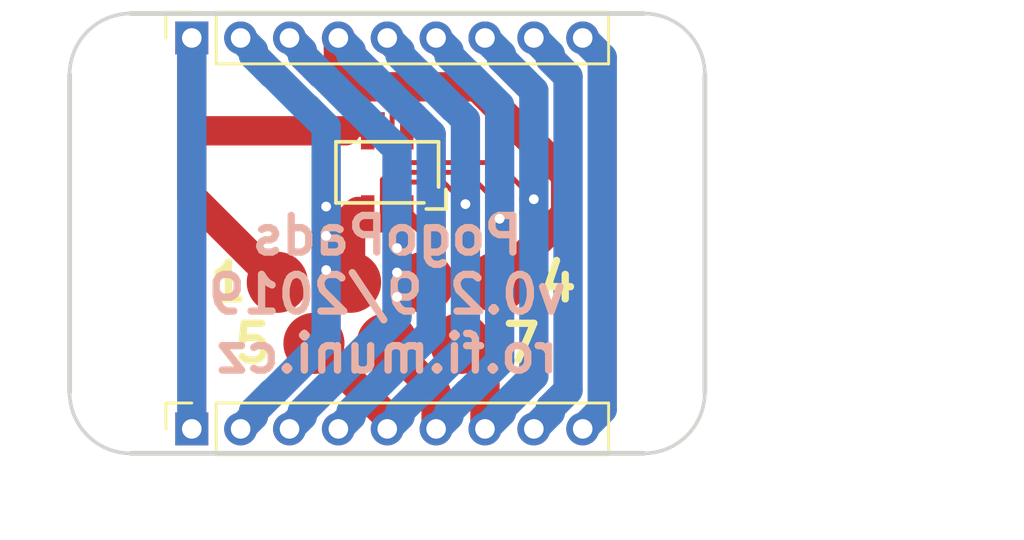
<source format=kicad_pcb>
(kicad_pcb (version 20171130) (host pcbnew 5.1.1-8be2ce7~80~ubuntu18.10.1)

  (general
    (thickness 1.6)
    (drawings 17)
    (tracks 159)
    (zones 0)
    (modules 6)
    (nets 11)
  )

  (page A4)
  (layers
    (0 F.Cu signal)
    (31 B.Cu signal)
    (32 B.Adhes user)
    (33 F.Adhes user)
    (34 B.Paste user)
    (35 F.Paste user)
    (36 B.SilkS user)
    (37 F.SilkS user)
    (38 B.Mask user)
    (39 F.Mask user)
    (40 Dwgs.User user)
    (41 Cmts.User user)
    (42 Eco1.User user)
    (43 Eco2.User user)
    (44 Edge.Cuts user)
    (45 Margin user)
    (46 B.CrtYd user)
    (47 F.CrtYd user)
    (48 B.Fab user)
    (49 F.Fab user)
  )

  (setup
    (last_trace_width 1.2)
    (user_trace_width 0.2)
    (user_trace_width 0.5)
    (user_trace_width 1)
    (user_trace_width 1.2)
    (trace_clearance 0.2)
    (zone_clearance 0.508)
    (zone_45_only no)
    (trace_min 0.2)
    (via_size 0.8)
    (via_drill 0.4)
    (via_min_size 0.4)
    (via_min_drill 0.3)
    (user_via 0.6 0.3)
    (user_via 0.8 0.5)
    (uvia_size 0.3)
    (uvia_drill 0.1)
    (uvias_allowed no)
    (uvia_min_size 0.2)
    (uvia_min_drill 0.1)
    (edge_width 0.15)
    (segment_width 0.2)
    (pcb_text_width 0.3)
    (pcb_text_size 1.5 1.5)
    (mod_edge_width 0.15)
    (mod_text_size 1 1)
    (mod_text_width 0.15)
    (pad_size 1.524 1.524)
    (pad_drill 0.762)
    (pad_to_mask_clearance 0.051)
    (solder_mask_min_width 0.25)
    (aux_axis_origin 0 0)
    (visible_elements FFFFFF7F)
    (pcbplotparams
      (layerselection 0x010fc_ffffffff)
      (usegerberextensions false)
      (usegerberattributes false)
      (usegerberadvancedattributes false)
      (creategerberjobfile false)
      (excludeedgelayer true)
      (linewidth 0.100000)
      (plotframeref false)
      (viasonmask false)
      (mode 1)
      (useauxorigin false)
      (hpglpennumber 1)
      (hpglpenspeed 20)
      (hpglpendiameter 15.000000)
      (psnegative false)
      (psa4output false)
      (plotreference true)
      (plotvalue true)
      (plotinvisibletext false)
      (padsonsilk false)
      (subtractmaskfromsilk false)
      (outputformat 1)
      (mirror false)
      (drillshape 1)
      (scaleselection 1)
      (outputdirectory ""))
  )

  (net 0 "")
  (net 1 1)
  (net 2 2)
  (net 3 3)
  (net 4 4)
  (net 5 5)
  (net 6 6)
  (net 7 7)
  (net 8 8)
  (net 9 9)
  (net 10 "Net-(J4-Pad6)")

  (net_class Default "This is the default net class."
    (clearance 0.2)
    (trace_width 0.25)
    (via_dia 0.8)
    (via_drill 0.4)
    (uvia_dia 0.3)
    (uvia_drill 0.1)
    (add_net 1)
    (add_net 2)
    (add_net 3)
    (add_net 4)
    (add_net 5)
    (add_net 6)
    (add_net 7)
    (add_net 8)
    (add_net 9)
    (add_net "Net-(J4-Pad6)")
  )

  (module rofi:molex-505004-0812 (layer F.Cu) (tedit 5D6FB713) (tstamp 5D6FC0A4)
    (at 118.5 65.5 180)
    (path /5D6FDCDA)
    (fp_text reference J4 (at 0 3.3) (layer F.SilkS) hide
      (effects (font (size 1 1) (thickness 0.15)))
    )
    (fp_text value Molex (at 0 -3.2) (layer F.Fab)
      (effects (font (size 1 1) (thickness 0.15)))
    )
    (fp_line (start 2.1 -1.25) (end -1.5 -1.25) (layer F.SilkS) (width 0.15))
    (fp_line (start 2.1 1.25) (end 2.1 -1.25) (layer F.SilkS) (width 0.15))
    (fp_line (start -2.1 1.25) (end 2.1 1.25) (layer F.SilkS) (width 0.15))
    (fp_line (start -2.1 -0.6) (end -2.1 1.25) (layer F.SilkS) (width 0.15))
    (fp_line (start -2.4 -1.5) (end -2.4 -0.7) (layer F.SilkS) (width 0.15))
    (fp_line (start -1.6 -1.5) (end -2.4 -1.5) (layer F.SilkS) (width 0.15))
    (fp_poly (pts (xy -1.2 -0.9) (xy 1.2 -0.9) (xy 1.2 0.9) (xy -1.2 0.9)) (layer Dwgs.User) (width 0.1))
    (fp_line (start -2.1 1.25) (end -2.1 -1.25) (layer F.Fab) (width 0.12))
    (fp_line (start 2.1 1.25) (end -2.1 1.25) (layer F.Fab) (width 0.12))
    (fp_line (start 2.1 -1.25) (end 2.1 1.25) (layer F.Fab) (width 0.12))
    (fp_line (start -2.1 -1.25) (end 2.1 -1.25) (layer F.Fab) (width 0.12))
    (pad 8 smd rect (at 0.8 1.7 180) (size 0.55 1.524) (layers F.Cu F.Paste F.Mask)
      (net 1 1))
    (pad 6 smd rect (at 0.2 1.7 180) (size 0.2 1.524) (layers F.Cu F.Paste F.Mask)
      (net 10 "Net-(J4-Pad6)"))
    (pad 4 smd rect (at -0.2 1.7 180) (size 0.2 1.524) (layers F.Cu F.Paste F.Mask)
      (net 7 7))
    (pad 2 smd rect (at -0.8 1.7 180) (size 0.55 1.524) (layers F.Cu F.Paste F.Mask)
      (net 4 4))
    (pad 5 smd rect (at 0.2 -1.7 180) (size 0.2 1.524) (layers F.Cu F.Paste F.Mask)
      (net 6 6))
    (pad 7 smd rect (at 0.8 -1.7 180) (size 0.55 1.524) (layers F.Cu F.Paste F.Mask)
      (net 2 2))
    (pad 1 smd rect (at -0.8 -1.7 180) (size 0.55 1.524) (layers F.Cu F.Paste F.Mask)
      (net 3 3))
    (pad 3 smd rect (at -0.2 -1.7 180) (size 0.2 1.524) (layers F.Cu F.Paste F.Mask)
      (net 5 5))
  )

  (module Connector_PinSocket_2.00mm:PinSocket_1x09_P2.00mm_Vertical (layer F.Cu) (tedit 5C8A47CA) (tstamp 5C9AEE22)
    (at 110.5 60 90)
    (descr "Through hole straight socket strip, 1x09, 2.00mm pitch, single row (from Kicad 4.0.7), script generated")
    (tags "Through hole socket strip THT 1x09 2.00mm single row")
    (path /5C8A47A6)
    (fp_text reference J2 (at 0 -2.5 90) (layer F.SilkS) hide
      (effects (font (size 1 1) (thickness 0.15)))
    )
    (fp_text value OUT (at 0 18.5 90) (layer F.Fab)
      (effects (font (size 1 1) (thickness 0.15)))
    )
    (fp_text user %R (at 0 8 180) (layer F.Fab)
      (effects (font (size 1 1) (thickness 0.15)))
    )
    (fp_line (start -1.5 17.5) (end -1.5 -1.5) (layer F.CrtYd) (width 0.05))
    (fp_line (start 1.5 17.5) (end -1.5 17.5) (layer F.CrtYd) (width 0.05))
    (fp_line (start 1.5 -1.5) (end 1.5 17.5) (layer F.CrtYd) (width 0.05))
    (fp_line (start -1.5 -1.5) (end 1.5 -1.5) (layer F.CrtYd) (width 0.05))
    (fp_line (start 0 -1.06) (end 1.06 -1.06) (layer F.SilkS) (width 0.12))
    (fp_line (start 1.06 -1.06) (end 1.06 0) (layer F.SilkS) (width 0.12))
    (fp_line (start 1.06 1) (end 1.06 17.06) (layer F.SilkS) (width 0.12))
    (fp_line (start -1.06 17.06) (end 1.06 17.06) (layer F.SilkS) (width 0.12))
    (fp_line (start -1.06 1) (end -1.06 17.06) (layer F.SilkS) (width 0.12))
    (fp_line (start -1.06 1) (end 1.06 1) (layer F.SilkS) (width 0.12))
    (fp_line (start -1 17) (end -1 -1) (layer F.Fab) (width 0.1))
    (fp_line (start 1 17) (end -1 17) (layer F.Fab) (width 0.1))
    (fp_line (start 1 -0.5) (end 1 17) (layer F.Fab) (width 0.1))
    (fp_line (start 0.5 -1) (end 1 -0.5) (layer F.Fab) (width 0.1))
    (fp_line (start -1 -1) (end 0.5 -1) (layer F.Fab) (width 0.1))
    (pad 9 thru_hole oval (at 0 16 90) (size 1.35 1.35) (drill 0.8) (layers *.Cu *.Mask)
      (net 9 9))
    (pad 8 thru_hole oval (at 0 14 90) (size 1.35 1.35) (drill 0.8) (layers *.Cu *.Mask)
      (net 8 8))
    (pad 7 thru_hole oval (at 0 12 90) (size 1.35 1.35) (drill 0.8) (layers *.Cu *.Mask)
      (net 7 7))
    (pad 6 thru_hole oval (at 0 10 90) (size 1.35 1.35) (drill 0.8) (layers *.Cu *.Mask)
      (net 6 6))
    (pad 5 thru_hole oval (at 0 8 90) (size 1.35 1.35) (drill 0.8) (layers *.Cu *.Mask)
      (net 5 5))
    (pad 4 thru_hole oval (at 0 6 90) (size 1.35 1.35) (drill 0.8) (layers *.Cu *.Mask)
      (net 4 4))
    (pad 3 thru_hole oval (at 0 4 90) (size 1.35 1.35) (drill 0.8) (layers *.Cu *.Mask)
      (net 3 3))
    (pad 2 thru_hole oval (at 0 2 90) (size 1.35 1.35) (drill 0.8) (layers *.Cu *.Mask)
      (net 2 2))
    (pad 1 thru_hole rect (at 0 0 90) (size 1.35 1.35) (drill 0.8) (layers *.Cu *.Mask)
      (net 1 1))
    (model ${KISYS3DMOD}/Connector_PinSocket_2.00mm.3dshapes/PinSocket_1x09_P2.00mm_Vertical.wrl
      (at (xyz 0 0 0))
      (scale (xyz 1 1 1))
      (rotate (xyz 0 0 0))
    )
  )

  (module Connector_PinSocket_2.00mm:PinSocket_1x09_P2.00mm_Vertical (layer F.Cu) (tedit 5C8A47CE) (tstamp 5C9AEE06)
    (at 110.5 76 90)
    (descr "Through hole straight socket strip, 1x09, 2.00mm pitch, single row (from Kicad 4.0.7), script generated")
    (tags "Through hole socket strip THT 1x09 2.00mm single row")
    (path /5C8A482C)
    (fp_text reference J1 (at 0 -2.5 90) (layer F.SilkS) hide
      (effects (font (size 1 1) (thickness 0.15)))
    )
    (fp_text value IN (at 0 18.5 90) (layer F.Fab)
      (effects (font (size 1 1) (thickness 0.15)))
    )
    (fp_line (start -1 -1) (end 0.5 -1) (layer F.Fab) (width 0.1))
    (fp_line (start 0.5 -1) (end 1 -0.5) (layer F.Fab) (width 0.1))
    (fp_line (start 1 -0.5) (end 1 17) (layer F.Fab) (width 0.1))
    (fp_line (start 1 17) (end -1 17) (layer F.Fab) (width 0.1))
    (fp_line (start -1 17) (end -1 -1) (layer F.Fab) (width 0.1))
    (fp_line (start -1.06 1) (end 1.06 1) (layer F.SilkS) (width 0.12))
    (fp_line (start -1.06 1) (end -1.06 17.06) (layer F.SilkS) (width 0.12))
    (fp_line (start -1.06 17.06) (end 1.06 17.06) (layer F.SilkS) (width 0.12))
    (fp_line (start 1.06 1) (end 1.06 17.06) (layer F.SilkS) (width 0.12))
    (fp_line (start 1.06 -1.06) (end 1.06 0) (layer F.SilkS) (width 0.12))
    (fp_line (start 0 -1.06) (end 1.06 -1.06) (layer F.SilkS) (width 0.12))
    (fp_line (start -1.5 -1.5) (end 1.5 -1.5) (layer F.CrtYd) (width 0.05))
    (fp_line (start 1.5 -1.5) (end 1.5 17.5) (layer F.CrtYd) (width 0.05))
    (fp_line (start 1.5 17.5) (end -1.5 17.5) (layer F.CrtYd) (width 0.05))
    (fp_line (start -1.5 17.5) (end -1.5 -1.5) (layer F.CrtYd) (width 0.05))
    (fp_text user %R (at 0 8 180) (layer F.Fab)
      (effects (font (size 1 1) (thickness 0.15)))
    )
    (pad 1 thru_hole rect (at 0 0 90) (size 1.35 1.35) (drill 0.8) (layers *.Cu *.Mask)
      (net 1 1))
    (pad 2 thru_hole oval (at 0 2 90) (size 1.35 1.35) (drill 0.8) (layers *.Cu *.Mask)
      (net 2 2))
    (pad 3 thru_hole oval (at 0 4 90) (size 1.35 1.35) (drill 0.8) (layers *.Cu *.Mask)
      (net 3 3))
    (pad 4 thru_hole oval (at 0 6 90) (size 1.35 1.35) (drill 0.8) (layers *.Cu *.Mask)
      (net 4 4))
    (pad 5 thru_hole oval (at 0 8 90) (size 1.35 1.35) (drill 0.8) (layers *.Cu *.Mask)
      (net 5 5))
    (pad 6 thru_hole oval (at 0 10 90) (size 1.35 1.35) (drill 0.8) (layers *.Cu *.Mask)
      (net 6 6))
    (pad 7 thru_hole oval (at 0 12 90) (size 1.35 1.35) (drill 0.8) (layers *.Cu *.Mask)
      (net 7 7))
    (pad 8 thru_hole oval (at 0 14 90) (size 1.35 1.35) (drill 0.8) (layers *.Cu *.Mask)
      (net 8 8))
    (pad 9 thru_hole oval (at 0 16 90) (size 1.35 1.35) (drill 0.8) (layers *.Cu *.Mask)
      (net 9 9))
    (model ${KISYS3DMOD}/Connector_PinSocket_2.00mm.3dshapes/PinSocket_1x09_P2.00mm_Vertical.wrl
      (at (xyz 0 0 0))
      (scale (xyz 1 1 1))
      (rotate (xyz 0 0 0))
    )
  )

  (module MountingHole:MountingHole_2mm (layer F.Cu) (tedit 5C8A4532) (tstamp 5C9A4BBE)
    (at 107.8 67.9)
    (descr "Mounting Hole 2mm, no annular")
    (tags "mounting hole 2mm no annular")
    (path /5C8A456A)
    (attr virtual)
    (fp_text reference H2 (at 0 -3.2) (layer F.SilkS) hide
      (effects (font (size 1 1) (thickness 0.15)))
    )
    (fp_text value MountingHole (at 0 3.1) (layer F.Fab)
      (effects (font (size 1 1) (thickness 0.15)))
    )
    (fp_circle (center 0 0) (end 2.25 0) (layer F.CrtYd) (width 0.05))
    (fp_circle (center 0 0) (end 2 0) (layer Cmts.User) (width 0.15))
    (fp_text user %R (at 0.3 0) (layer F.Fab)
      (effects (font (size 1 1) (thickness 0.15)))
    )
    (pad "" np_thru_hole circle (at 0 0) (size 2 2) (drill 2) (layers *.Cu *.Mask))
  )

  (module MountingHole:MountingHole_2mm (layer F.Cu) (tedit 5C8A4536) (tstamp 5C9A4BB6)
    (at 129.2 68)
    (descr "Mounting Hole 2mm, no annular")
    (tags "mounting hole 2mm no annular")
    (path /5C8A451E)
    (attr virtual)
    (fp_text reference H1 (at 0 -3.2) (layer F.SilkS) hide
      (effects (font (size 1 1) (thickness 0.15)))
    )
    (fp_text value MountingHole (at 0 3.1) (layer F.Fab)
      (effects (font (size 1 1) (thickness 0.15)))
    )
    (fp_text user %R (at 0.3 0) (layer F.Fab)
      (effects (font (size 1 1) (thickness 0.15)))
    )
    (fp_circle (center 0 0) (end 2 0) (layer Cmts.User) (width 0.15))
    (fp_circle (center 0 0) (end 2.25 0) (layer F.CrtYd) (width 0.05))
    (pad "" np_thru_hole circle (at 0 0) (size 2 2) (drill 2) (layers *.Cu *.Mask))
  )

  (module rofi:pogo_pads_4_3 (layer F.Cu) (tedit 5C8A424D) (tstamp 5C999B9D)
    (at 118.5 70)
    (path /5C8A40F9)
    (fp_text reference J3 (at 0 4.5) (layer F.SilkS) hide
      (effects (font (size 1 1) (thickness 0.15)))
    )
    (fp_text value POGO (at 0 -2.25) (layer F.Fab)
      (effects (font (size 1 1) (thickness 0.15)))
    )
    (pad 1 smd circle (at -4.5 0) (size 2.5 2.5) (layers F.Cu F.Paste F.Mask)
      (net 1 1))
    (pad 2 smd circle (at -1.5 0) (size 2.5 2.5) (layers F.Cu F.Paste F.Mask)
      (net 2 2))
    (pad 3 smd circle (at 1.5 0) (size 2.5 2.5) (layers F.Cu F.Paste F.Mask)
      (net 3 3))
    (pad 4 smd circle (at 4.5 0) (size 2.5 2.5) (layers F.Cu F.Paste F.Mask)
      (net 4 4))
    (pad 5 smd circle (at -3 2.5) (size 2.5 2.5) (layers F.Cu F.Paste F.Mask)
      (net 5 5))
    (pad 6 smd circle (at 0 2.5) (size 2.5 2.5) (layers F.Cu F.Paste F.Mask)
      (net 6 6))
    (pad 7 smd circle (at 3 2.5) (size 2.5 2.5) (layers F.Cu F.Paste F.Mask)
      (net 7 7))
  )

  (dimension 10.5 (width 0.15) (layer Eco1.User)
    (gr_text "10,500 mm" (at 113.25 81.190299) (layer Eco1.User)
      (effects (font (size 1 1) (thickness 0.15)))
    )
    (feature1 (pts (xy 108 76) (xy 108 80.47672)))
    (feature2 (pts (xy 118.5 76) (xy 118.5 80.47672)))
    (crossbar (pts (xy 118.5 79.890299) (xy 108 79.890299)))
    (arrow1a (pts (xy 108 79.890299) (xy 109.126504 79.303878)))
    (arrow1b (pts (xy 108 79.890299) (xy 109.126504 80.47672)))
    (arrow2a (pts (xy 118.5 79.890299) (xy 117.373496 79.303878)))
    (arrow2b (pts (xy 118.5 79.890299) (xy 117.373496 80.47672)))
  )
  (dimension 10.5 (width 0.15) (layer Eco1.User)
    (gr_text "10,500 mm" (at 123.75 81.199999) (layer Eco1.User)
      (effects (font (size 1 1) (thickness 0.15)))
    )
    (feature1 (pts (xy 129 76) (xy 129 80.48642)))
    (feature2 (pts (xy 118.5 76) (xy 118.5 80.48642)))
    (crossbar (pts (xy 118.5 79.899999) (xy 129 79.899999)))
    (arrow1a (pts (xy 129 79.899999) (xy 127.873496 80.48642)))
    (arrow1b (pts (xy 129 79.899999) (xy 127.873496 79.313578)))
    (arrow2a (pts (xy 118.5 79.899999) (xy 119.626504 80.48642)))
    (arrow2b (pts (xy 118.5 79.899999) (xy 119.626504 79.313578)))
  )
  (dimension 18 (width 0.15) (layer Eco1.User)
    (gr_text "18,000 mm" (at 143.2 68 90) (layer Eco1.User)
      (effects (font (size 1 1) (thickness 0.15)))
    )
    (feature1 (pts (xy 129 59) (xy 142.486421 59)))
    (feature2 (pts (xy 129 77) (xy 142.486421 77)))
    (crossbar (pts (xy 141.9 77) (xy 141.9 59)))
    (arrow1a (pts (xy 141.9 59) (xy 142.486421 60.126504)))
    (arrow1b (pts (xy 141.9 59) (xy 141.313579 60.126504)))
    (arrow2a (pts (xy 141.9 77) (xy 142.486421 75.873496)))
    (arrow2b (pts (xy 141.9 77) (xy 141.313579 75.873496)))
  )
  (dimension 7 (width 0.15) (layer Eco1.User)
    (gr_text "7,000 mm" (at 139.6 69 90) (layer Eco1.User)
      (effects (font (size 1 1) (thickness 0.15)))
    )
    (feature1 (pts (xy 118.5 65.5) (xy 138.886421 65.5)))
    (feature2 (pts (xy 118.5 72.5) (xy 138.886421 72.5)))
    (crossbar (pts (xy 138.3 72.5) (xy 138.3 65.5)))
    (arrow1a (pts (xy 138.3 65.5) (xy 138.886421 66.626504)))
    (arrow1b (pts (xy 138.3 65.5) (xy 137.713579 66.626504)))
    (arrow2a (pts (xy 138.3 72.5) (xy 138.886421 71.373496)))
    (arrow2b (pts (xy 138.3 72.5) (xy 137.713579 71.373496)))
  )
  (gr_text "PogoPads\nv0.2 9/2019\nro.fi.muni.cz" (at 118.5 70.5) (layer B.SilkS)
    (effects (font (size 1.5 1.5) (thickness 0.3)) (justify mirror))
  )
  (gr_text 7 (at 124 72.5) (layer F.SilkS)
    (effects (font (size 1.5 1.5) (thickness 0.3)))
  )
  (gr_text 5 (at 113 72.5) (layer F.SilkS)
    (effects (font (size 1.5 1.5) (thickness 0.3)))
  )
  (gr_text 4 (at 125.5 70) (layer F.SilkS)
    (effects (font (size 1.5 1.5) (thickness 0.3)))
  )
  (gr_text 1 (at 112 70) (layer F.SilkS)
    (effects (font (size 1.5 1.5) (thickness 0.3)))
  )
  (gr_line (start 108 59) (end 129 59) (layer Edge.Cuts) (width 0.2) (tstamp 5C9B08FC))
  (gr_arc (start 129 74.5) (end 129 77) (angle -90) (layer Edge.Cuts) (width 0.15))
  (gr_arc (start 108 74.5) (end 105.5 74.5) (angle -90) (layer Edge.Cuts) (width 0.15))
  (gr_arc (start 108 61.5) (end 108 59) (angle -90) (layer Edge.Cuts) (width 0.15))
  (gr_arc (start 129 61.5) (end 131.5 61.5) (angle -90) (layer Edge.Cuts) (width 0.15))
  (gr_line (start 131.5 74.5) (end 131.5 61.5) (layer Edge.Cuts) (width 0.2))
  (gr_line (start 108 77) (end 129 77) (layer Edge.Cuts) (width 0.2))
  (gr_line (start 105.5 61.5) (end 105.5 74.5) (layer Edge.Cuts) (width 0.2))

  (segment (start 110.5 60) (end 110.5 76) (width 1.2) (layer B.Cu) (net 1))
  (segment (start 110.5 66.5) (end 114 70) (width 1.2) (layer F.Cu) (net 1))
  (segment (start 110.5 63.575) (end 110.5 66.5) (width 1.2) (layer F.Cu) (net 1))
  (segment (start 116.8 63.8) (end 110.725 63.8) (width 1.2) (layer F.Cu) (net 1))
  (segment (start 116.8 63.8) (end 117.7 63.8) (width 0.5) (layer F.Cu) (net 1))
  (segment (start 110.5 63.575) (end 110.5 60) (width 1.2) (layer F.Cu) (net 1))
  (segment (start 110.725 63.8) (end 110.5 63.575) (width 1.2) (layer F.Cu) (net 1))
  (segment (start 117 69.454594) (end 117 70) (width 1.5) (layer F.Cu) (net 2))
  (segment (start 117 69.743998) (end 117 70) (width 1.5) (layer F.Cu) (net 2))
  (segment (start 117 67.9) (end 117.7 67.2) (width 0.5) (layer F.Cu) (net 2))
  (via (at 116.000002 68.1) (size 0.8) (drill 0.4) (layers F.Cu B.Cu) (net 2))
  (via (at 116 66.9) (size 0.8) (drill 0.4) (layers F.Cu B.Cu) (net 2))
  (segment (start 116.000002 68.1) (end 116.000002 66.900002) (width 1.2) (layer F.Cu) (net 2))
  (segment (start 116.000002 66.900002) (end 116 66.9) (width 1.2) (layer F.Cu) (net 2))
  (segment (start 116.000002 68.1) (end 116.000002 69.000002) (width 1.2) (layer F.Cu) (net 2))
  (segment (start 115.232184 62.875011) (end 116 63.642827) (width 1.2) (layer B.Cu) (net 2))
  (segment (start 116 63.642827) (end 116 69.5) (width 1.2) (layer B.Cu) (net 2))
  (segment (start 115.212096 62.875011) (end 115.232184 62.875011) (width 1.2) (layer B.Cu) (net 2))
  (segment (start 113.791999 74.524999) (end 113.024999 75.291999) (width 1.2) (layer B.Cu) (net 2))
  (segment (start 113.791999 61.475001) (end 113.812086 61.475001) (width 1.2) (layer B.Cu) (net 2))
  (segment (start 116.5 70) (end 116 69.5) (width 1.2) (layer F.Cu) (net 2))
  (segment (start 113.024999 60.708001) (end 113.791999 61.475001) (width 1.2) (layer B.Cu) (net 2))
  (segment (start 117 70) (end 116.5 70) (width 1.2) (layer F.Cu) (net 2))
  (segment (start 113.812086 61.475001) (end 115.212096 62.875011) (width 1.2) (layer B.Cu) (net 2))
  (segment (start 112.5 60) (end 113.024999 60.524999) (width 1.2) (layer B.Cu) (net 2))
  (segment (start 113.024999 75.475001) (end 112.5 76) (width 1.2) (layer B.Cu) (net 2))
  (segment (start 113.812087 74.524999) (end 113.791999 74.524999) (width 1.2) (layer B.Cu) (net 2))
  (segment (start 116.000002 69.000002) (end 117 70) (width 1.2) (layer F.Cu) (net 2))
  (via (at 116 69.5) (size 0.8) (drill 0.4) (layers F.Cu B.Cu) (net 2))
  (segment (start 113.024999 60.524999) (end 113.024999 60.708001) (width 1.2) (layer B.Cu) (net 2))
  (segment (start 113.024999 75.291999) (end 113.024999 75.475001) (width 1.2) (layer B.Cu) (net 2))
  (segment (start 116 72.337086) (end 113.812087 74.524999) (width 1.2) (layer B.Cu) (net 2))
  (segment (start 116 69.5) (end 116 72.337086) (width 1.2) (layer B.Cu) (net 2))
  (segment (start 116.000002 69.000002) (end 116.000002 66.900002) (width 1.2) (layer F.Cu) (net 2))
  (segment (start 117.3 67.1) (end 117 67.4) (width 1.2) (layer F.Cu) (net 2))
  (segment (start 117 67.4) (end 117 70) (width 1.2) (layer F.Cu) (net 2))
  (segment (start 120 70) (end 120 69.743998) (width 1.5) (layer F.Cu) (net 3))
  (segment (start 120 67.9) (end 119.3 67.2) (width 0.5) (layer F.Cu) (net 3))
  (segment (start 120 70) (end 120 67.9) (width 0.5) (layer F.Cu) (net 3))
  (segment (start 115.024999 60.708001) (end 115.024999 60.524999) (width 1.2) (layer B.Cu) (net 3))
  (segment (start 115.024999 75.475001) (end 115.024999 75.291999) (width 1.2) (layer B.Cu) (net 3))
  (segment (start 115.791999 61.475001) (end 115.024999 60.708001) (width 1.2) (layer B.Cu) (net 3))
  (segment (start 118.89994 64.522679) (end 118.652282 64.275021) (width 1.2) (layer B.Cu) (net 3))
  (segment (start 117.232184 62.875011) (end 117.212096 62.875011) (width 1.2) (layer B.Cu) (net 3))
  (segment (start 114.5 76) (end 115.024999 75.475001) (width 1.2) (layer B.Cu) (net 3))
  (segment (start 115.024999 75.291999) (end 118.89994 71.417058) (width 1.2) (layer B.Cu) (net 3))
  (segment (start 115.024999 60.524999) (end 114.5 60) (width 1.2) (layer B.Cu) (net 3))
  (segment (start 118.652282 64.275021) (end 118.632193 64.275021) (width 1.2) (layer B.Cu) (net 3))
  (segment (start 118.632193 64.275021) (end 117.232184 62.875011) (width 1.2) (layer B.Cu) (net 3))
  (segment (start 117.212096 62.875011) (end 115.812086 61.475001) (width 1.2) (layer B.Cu) (net 3))
  (segment (start 115.812086 61.475001) (end 115.791999 61.475001) (width 1.2) (layer B.Cu) (net 3))
  (via (at 118.89994 68.59994) (size 0.8) (drill 0.4) (layers F.Cu B.Cu) (net 3))
  (segment (start 120 69.7) (end 118.89994 68.59994) (width 0.5) (layer F.Cu) (net 3))
  (segment (start 120 70) (end 120 69.7) (width 0.5) (layer F.Cu) (net 3))
  (segment (start 118.89994 68.59994) (end 118.89994 64.522679) (width 1.2) (layer B.Cu) (net 3))
  (via (at 118.89994 69.59994) (size 0.8) (drill 0.4) (layers F.Cu B.Cu) (net 3))
  (segment (start 119.3 70) (end 118.89994 69.59994) (width 0.5) (layer F.Cu) (net 3))
  (segment (start 120 70) (end 119.3 70) (width 0.5) (layer F.Cu) (net 3))
  (segment (start 118.89994 71.417058) (end 118.89994 69.59994) (width 1.2) (layer B.Cu) (net 3))
  (segment (start 118.89994 69.59994) (end 118.89994 68.59994) (width 1.2) (layer B.Cu) (net 3))
  (segment (start 120 70) (end 119.5 70) (width 0.5) (layer F.Cu) (net 3))
  (segment (start 119.5 70) (end 118.9 70.6) (width 0.5) (layer F.Cu) (net 3))
  (via (at 118.9 70.6) (size 0.8) (drill 0.4) (layers F.Cu B.Cu) (net 3))
  (segment (start 116.5 60.954594) (end 117.545406 62) (width 1.2) (layer F.Cu) (net 4))
  (segment (start 116.5 60) (end 116.5 60.954594) (width 1.2) (layer F.Cu) (net 4))
  (segment (start 117.545406 62) (end 119.3 62) (width 1.2) (layer F.Cu) (net 4))
  (segment (start 119.3 63.8) (end 119.3 62) (width 0.5) (layer F.Cu) (net 4))
  (segment (start 117.791999 74.524999) (end 117.024999 75.291999) (width 1.2) (layer B.Cu) (net 4))
  (segment (start 119.212096 73.124989) (end 117.812086 74.524999) (width 1.2) (layer B.Cu) (net 4))
  (segment (start 120.29995 63.942777) (end 120.29995 72.057222) (width 1.2) (layer B.Cu) (net 4))
  (segment (start 119.232184 62.875011) (end 120.29995 63.942777) (width 1.2) (layer B.Cu) (net 4))
  (segment (start 119.212096 62.875011) (end 119.232184 62.875011) (width 1.2) (layer B.Cu) (net 4))
  (segment (start 117.024999 75.291999) (end 117.024999 75.475001) (width 1.2) (layer B.Cu) (net 4))
  (segment (start 117.812086 61.475001) (end 119.212096 62.875011) (width 1.2) (layer B.Cu) (net 4))
  (segment (start 117.791999 61.475001) (end 117.812086 61.475001) (width 1.2) (layer B.Cu) (net 4))
  (segment (start 117.024999 60.524999) (end 117.024999 60.708001) (width 1.2) (layer B.Cu) (net 4))
  (segment (start 116.5 60) (end 117.024999 60.524999) (width 1.2) (layer B.Cu) (net 4))
  (segment (start 117.812086 74.524999) (end 117.791999 74.524999) (width 1.2) (layer B.Cu) (net 4))
  (segment (start 117.024999 60.708001) (end 117.791999 61.475001) (width 1.2) (layer B.Cu) (net 4))
  (segment (start 119.232183 73.124989) (end 119.212096 73.124989) (width 1.2) (layer B.Cu) (net 4))
  (segment (start 120.29995 72.057222) (end 119.232183 73.124989) (width 1.2) (layer B.Cu) (net 4))
  (segment (start 117.024999 75.475001) (end 116.5 76) (width 1.2) (layer B.Cu) (net 4))
  (segment (start 119.3 62) (end 122.176002 62) (width 1.2) (layer F.Cu) (net 4))
  (segment (start 125.800001 67.199999) (end 124.249999 68.750001) (width 1.2) (layer F.Cu) (net 4))
  (segment (start 122.176002 62) (end 125.800001 65.623999) (width 1.2) (layer F.Cu) (net 4))
  (segment (start 125.800001 65.623999) (end 125.800001 67.199999) (width 1.2) (layer F.Cu) (net 4))
  (segment (start 124.249999 68.750001) (end 123 70) (width 1.2) (layer F.Cu) (net 4))
  (segment (start 118.5 75.5) (end 118.5 76) (width 1.2) (layer F.Cu) (net 5))
  (segment (start 115.5 72.5) (end 118.5 75.5) (width 1.2) (layer F.Cu) (net 5))
  (via (at 121.7 66.8) (size 0.8) (drill 0.4) (layers F.Cu B.Cu) (net 5))
  (segment (start 120.8 65.9) (end 121.7 66.8) (width 0.2) (layer F.Cu) (net 5))
  (segment (start 119.022998 65.9) (end 120.8 65.9) (width 0.2) (layer F.Cu) (net 5))
  (segment (start 118.7 67.2) (end 118.7 66.222998) (width 0.2) (layer F.Cu) (net 5))
  (segment (start 118.7 66.222998) (end 119.022998 65.9) (width 0.2) (layer F.Cu) (net 5))
  (segment (start 119.791999 61.475001) (end 119.812086 61.475001) (width 1.2) (layer B.Cu) (net 5))
  (segment (start 121.212096 73.124989) (end 119.812086 74.524999) (width 1.2) (layer B.Cu) (net 5))
  (segment (start 121.232184 73.124989) (end 121.212096 73.124989) (width 1.2) (layer B.Cu) (net 5))
  (segment (start 121.69996 72.657213) (end 121.232184 73.124989) (width 1.2) (layer B.Cu) (net 5))
  (segment (start 119.812086 74.524999) (end 119.791999 74.524999) (width 1.2) (layer B.Cu) (net 5))
  (segment (start 121.69996 63.342787) (end 121.69996 72.657213) (width 1.2) (layer B.Cu) (net 5))
  (segment (start 121.212096 62.875011) (end 121.232184 62.875011) (width 1.2) (layer B.Cu) (net 5))
  (segment (start 118.5 60) (end 119.024999 60.524999) (width 1.2) (layer B.Cu) (net 5))
  (segment (start 119.024999 75.475001) (end 118.5 76) (width 1.2) (layer B.Cu) (net 5))
  (segment (start 119.024999 60.524999) (end 119.024999 60.708001) (width 1.2) (layer B.Cu) (net 5))
  (segment (start 119.024999 60.708001) (end 119.791999 61.475001) (width 1.2) (layer B.Cu) (net 5))
  (segment (start 121.232184 62.875011) (end 121.69996 63.342787) (width 1.2) (layer B.Cu) (net 5))
  (segment (start 119.024999 75.291999) (end 119.024999 75.475001) (width 1.2) (layer B.Cu) (net 5))
  (segment (start 119.791999 74.524999) (end 119.024999 75.291999) (width 1.2) (layer B.Cu) (net 5))
  (segment (start 119.812086 61.475001) (end 121.212096 62.875011) (width 1.2) (layer B.Cu) (net 5))
  (segment (start 118.5 72.5) (end 118.5 72.756002) (width 1.5) (layer F.Cu) (net 6))
  (segment (start 120.5 74.5) (end 120.5 76) (width 1.2) (layer F.Cu) (net 6))
  (segment (start 118.5 72.5) (end 120.5 74.5) (width 1.2) (layer F.Cu) (net 6))
  (segment (start 121.024999 75.291999) (end 121.024999 75.475001) (width 1.2) (layer B.Cu) (net 6))
  (segment (start 118.3 67.2) (end 118.3 65.8) (width 0.2) (layer F.Cu) (net 6))
  (segment (start 118.6 65.5) (end 121.765685 65.5) (width 0.2) (layer F.Cu) (net 6))
  (segment (start 121.024999 60.524999) (end 121.024999 60.708001) (width 1.2) (layer B.Cu) (net 6))
  (segment (start 121.812086 74.524999) (end 121.791999 74.524999) (width 1.2) (layer B.Cu) (net 6))
  (segment (start 123.09997 62.762885) (end 123.09997 67.39997) (width 1.2) (layer B.Cu) (net 6))
  (segment (start 121.024999 60.708001) (end 121.791999 61.475001) (width 1.2) (layer B.Cu) (net 6))
  (segment (start 121.812086 61.475001) (end 123.09997 62.762885) (width 1.2) (layer B.Cu) (net 6))
  (segment (start 123.09997 66.834285) (end 123.09997 67.39997) (width 0.2) (layer F.Cu) (net 6))
  (segment (start 121.024999 75.475001) (end 120.5 76) (width 1.2) (layer B.Cu) (net 6))
  (segment (start 121.791999 61.475001) (end 121.812086 61.475001) (width 1.2) (layer B.Cu) (net 6))
  (segment (start 120.5 60) (end 121.024999 60.524999) (width 1.2) (layer B.Cu) (net 6))
  (segment (start 121.765685 65.5) (end 123.09997 66.834285) (width 0.2) (layer F.Cu) (net 6))
  (segment (start 121.791999 74.524999) (end 121.024999 75.291999) (width 1.2) (layer B.Cu) (net 6))
  (segment (start 123.09997 67.39997) (end 123.09997 73.237115) (width 1.2) (layer B.Cu) (net 6))
  (segment (start 118.3 65.8) (end 118.6 65.5) (width 0.2) (layer F.Cu) (net 6))
  (via (at 123.09997 67.39997) (size 0.8) (drill 0.4) (layers F.Cu B.Cu) (net 6))
  (segment (start 123.09997 73.237115) (end 121.812086 74.524999) (width 1.2) (layer B.Cu) (net 6))
  (segment (start 122.5 73.5) (end 122.5 76) (width 1.2) (layer F.Cu) (net 7))
  (segment (start 121.5 72.5) (end 122.5 73.5) (width 1.2) (layer F.Cu) (net 7))
  (segment (start 124.49998 67.165631) (end 124.49998 66.599946) (width 1.2) (layer B.Cu) (net 7))
  (segment (start 123.174999 60.837913) (end 124.49998 62.162894) (width 1.2) (layer B.Cu) (net 7))
  (via (at 124.49998 66.599946) (size 0.8) (drill 0.4) (layers F.Cu B.Cu) (net 7))
  (segment (start 123.174999 75.325001) (end 123.174999 75.162086) (width 1.2) (layer B.Cu) (net 7))
  (segment (start 122.5 60) (end 123.174999 60.674999) (width 1.2) (layer B.Cu) (net 7))
  (segment (start 123.174999 75.162086) (end 124.49998 73.837105) (width 1.2) (layer B.Cu) (net 7))
  (segment (start 123.000034 65.1) (end 124.099981 66.199947) (width 0.2) (layer F.Cu) (net 7))
  (segment (start 122.5 76) (end 123.174999 75.325001) (width 1.2) (layer B.Cu) (net 7))
  (segment (start 124.099981 66.199947) (end 124.49998 66.599946) (width 0.2) (layer F.Cu) (net 7))
  (segment (start 118.7 64.762) (end 119.038 65.1) (width 0.2) (layer F.Cu) (net 7))
  (segment (start 119.038 65.1) (end 123.000034 65.1) (width 0.2) (layer F.Cu) (net 7))
  (segment (start 124.49998 73.837105) (end 124.49998 67.165631) (width 1.2) (layer B.Cu) (net 7))
  (segment (start 123.174999 60.674999) (end 123.174999 60.837913) (width 1.2) (layer B.Cu) (net 7))
  (segment (start 124.49998 66.034261) (end 124.49998 66.599946) (width 1.2) (layer B.Cu) (net 7))
  (segment (start 118.7 63.8) (end 118.7 64.762) (width 0.2) (layer F.Cu) (net 7))
  (segment (start 124.49998 62.162894) (end 124.49998 66.034261) (width 1.2) (layer B.Cu) (net 7))
  (segment (start 125.174999 75.325001) (end 124.5 76) (width 1.2) (layer B.Cu) (net 8))
  (segment (start 125.174999 60.674999) (end 125.174999 60.857999) (width 1.2) (layer B.Cu) (net 8))
  (segment (start 125.174999 75.142) (end 125.174999 75.325001) (width 1.2) (layer B.Cu) (net 8))
  (segment (start 124.5 60) (end 125.174999 60.674999) (width 1.2) (layer B.Cu) (net 8))
  (segment (start 125.90001 61.58301) (end 125.90001 74.416989) (width 1.2) (layer B.Cu) (net 8))
  (segment (start 125.90001 74.416989) (end 125.174999 75.142) (width 1.2) (layer B.Cu) (net 8))
  (segment (start 125.174999 60.857999) (end 125.90001 61.58301) (width 1.2) (layer B.Cu) (net 8))
  (segment (start 127.30002 60.80002) (end 127.30002 75.19998) (width 1.2) (layer B.Cu) (net 9))
  (segment (start 126.5 60) (end 127.30002 60.80002) (width 1.2) (layer B.Cu) (net 9))
  (segment (start 127.30002 75.19998) (end 127.174999 75.325001) (width 1.2) (layer B.Cu) (net 9))
  (segment (start 127.174999 75.325001) (end 126.5 76) (width 1.2) (layer B.Cu) (net 9))

)

</source>
